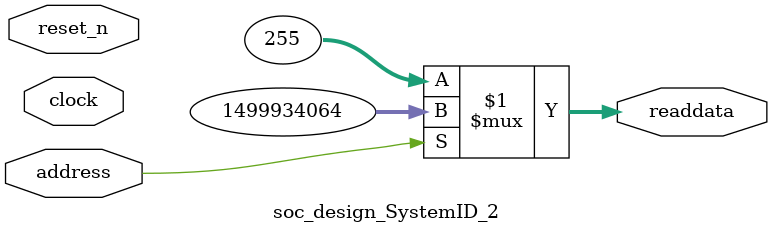
<source format=v>
module soc_design_SystemID_2 (
                address,
                clock,
                reset_n,
                readdata
             )
;
  output  [ 31: 0] readdata;
  input            address;
  input            clock;
  input            reset_n;
  wire    [ 31: 0] readdata;
  assign readdata = address ? 1499934064 : 255;
endmodule
</source>
